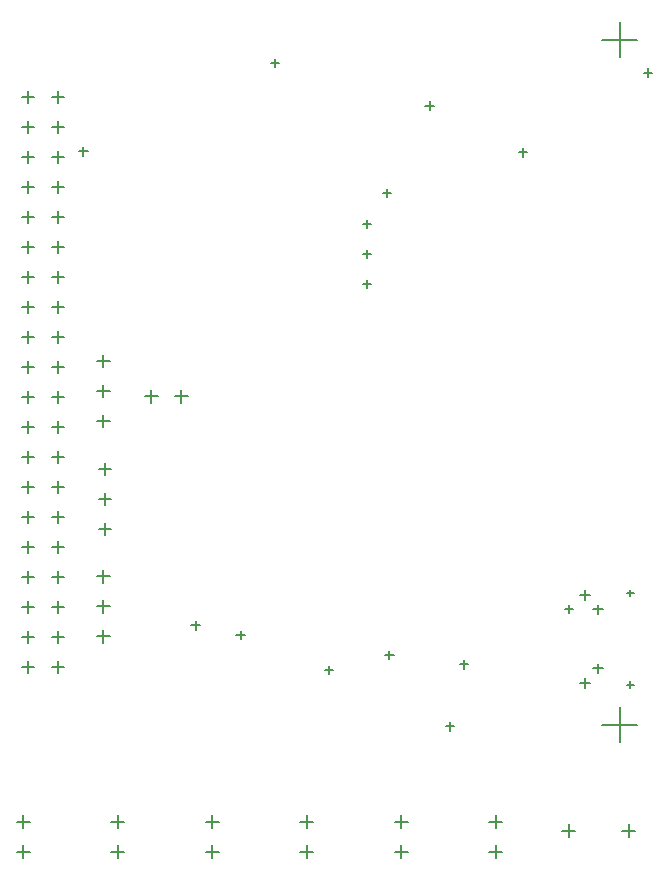
<source format=gbr>
%TF.GenerationSoftware,Altium Limited,Altium Designer,24.8.2 (39)*%
G04 Layer_Color=128*
%FSLAX45Y45*%
%MOMM*%
%TF.SameCoordinates,7C97886E-5552-4BC5-8AE3-24075E9B491D*%
%TF.FilePolarity,Positive*%
%TF.FileFunction,Drillmap*%
%TF.Part,Single*%
G01*
G75*
%TA.AperFunction,NonConductor*%
%ADD50C,0.12700*%
D50*
X829000Y2096000D02*
X931000D01*
X880000Y2045000D02*
Y2147000D01*
X829000Y2350000D02*
X931000D01*
X880000Y2299000D02*
Y2401000D01*
X829000Y2604000D02*
X931000D01*
X880000Y2553000D02*
Y2655000D01*
X839000Y3518000D02*
X941000D01*
X890000Y3467000D02*
Y3569000D01*
X839000Y3264000D02*
X941000D01*
X890000Y3213000D02*
Y3315000D01*
X839000Y3010000D02*
X941000D01*
X890000Y2959000D02*
Y3061000D01*
X829000Y4428000D02*
X931000D01*
X880000Y4377000D02*
Y4479000D01*
X829000Y4174000D02*
X931000D01*
X880000Y4123000D02*
Y4225000D01*
X829000Y3920000D02*
X931000D01*
X880000Y3869000D02*
Y3971000D01*
X1745000Y273000D02*
X1855000D01*
X1800000Y218000D02*
Y328000D01*
X1745000Y527000D02*
X1855000D01*
X1800000Y472000D02*
Y582000D01*
X441000Y1840000D02*
X543000D01*
X492000Y1789000D02*
Y1891000D01*
X441000Y2094000D02*
X543000D01*
X492000Y2043000D02*
Y2145000D01*
X441000Y2348000D02*
X543000D01*
X492000Y2297000D02*
Y2399000D01*
X441000Y2602000D02*
X543000D01*
X492000Y2551000D02*
Y2653000D01*
X441000Y2856000D02*
X543000D01*
X492000Y2805000D02*
Y2907000D01*
X441000Y3110000D02*
X543000D01*
X492000Y3059000D02*
Y3161000D01*
X441000Y3364000D02*
X543000D01*
X492000Y3313000D02*
Y3415000D01*
X441000Y3618000D02*
X543000D01*
X492000Y3567000D02*
Y3669000D01*
X441000Y3872000D02*
X543000D01*
X492000Y3821000D02*
Y3923000D01*
X441000Y4126000D02*
X543000D01*
X492000Y4075000D02*
Y4177000D01*
X441000Y4380000D02*
X543000D01*
X492000Y4329000D02*
Y4431000D01*
X441000Y4634000D02*
X543000D01*
X492000Y4583000D02*
Y4685000D01*
X441000Y4888000D02*
X543000D01*
X492000Y4837000D02*
Y4939000D01*
X441000Y5142000D02*
X543000D01*
X492000Y5091000D02*
Y5193000D01*
X441000Y5396000D02*
X543000D01*
X492000Y5345000D02*
Y5447000D01*
X441000Y5650000D02*
X543000D01*
X492000Y5599000D02*
Y5701000D01*
X441000Y5904000D02*
X543000D01*
X492000Y5853000D02*
Y5955000D01*
X441000Y6158000D02*
X543000D01*
X492000Y6107000D02*
Y6209000D01*
X441000Y6412000D02*
X543000D01*
X492000Y6361000D02*
Y6463000D01*
X441000Y6666000D02*
X543000D01*
X492000Y6615000D02*
Y6717000D01*
X187000Y1840000D02*
X289000D01*
X238000Y1789000D02*
Y1891000D01*
X187000Y2094000D02*
X289000D01*
X238000Y2043000D02*
Y2145000D01*
X187000Y2348000D02*
X289000D01*
X238000Y2297000D02*
Y2399000D01*
X187000Y2602000D02*
X289000D01*
X238000Y2551000D02*
Y2653000D01*
X187000Y2856000D02*
X289000D01*
X238000Y2805000D02*
Y2907000D01*
X187000Y3110000D02*
X289000D01*
X238000Y3059000D02*
Y3161000D01*
X187000Y3364000D02*
X289000D01*
X238000Y3313000D02*
Y3415000D01*
X187000Y3618000D02*
X289000D01*
X238000Y3567000D02*
Y3669000D01*
X187000Y3872000D02*
X289000D01*
X238000Y3821000D02*
Y3923000D01*
X187000Y4126000D02*
X289000D01*
X238000Y4075000D02*
Y4177000D01*
X187000Y4380000D02*
X289000D01*
X238000Y4329000D02*
Y4431000D01*
X187000Y4634000D02*
X289000D01*
X238000Y4583000D02*
Y4685000D01*
X187000Y4888000D02*
X289000D01*
X238000Y4837000D02*
Y4939000D01*
X187000Y5142000D02*
X289000D01*
X238000Y5091000D02*
Y5193000D01*
X187000Y5396000D02*
X289000D01*
X238000Y5345000D02*
Y5447000D01*
X187000Y5650000D02*
X289000D01*
X238000Y5599000D02*
Y5701000D01*
X187000Y5904000D02*
X289000D01*
X238000Y5853000D02*
Y5955000D01*
X187000Y6158000D02*
X289000D01*
X238000Y6107000D02*
Y6209000D01*
X187000Y6412000D02*
X289000D01*
X238000Y6361000D02*
Y6463000D01*
X187000Y6666000D02*
X289000D01*
X238000Y6615000D02*
Y6717000D01*
X4145000Y273000D02*
X4255000D01*
X4200000Y218000D02*
Y328000D01*
X4145000Y527000D02*
X4255000D01*
X4200000Y472000D02*
Y582000D01*
X3345000Y273000D02*
X3455000D01*
X3400000Y218000D02*
Y328000D01*
X3345000Y527000D02*
X3455000D01*
X3400000Y472000D02*
Y582000D01*
X945000Y273000D02*
X1055000D01*
X1000000Y218000D02*
Y328000D01*
X945000Y527000D02*
X1055000D01*
X1000000Y472000D02*
Y582000D01*
X145000Y273000D02*
X255000D01*
X200000Y218000D02*
Y328000D01*
X145000Y527000D02*
X255000D01*
X200000Y472000D02*
Y582000D01*
X2545000Y273000D02*
X2655000D01*
X2600000Y218000D02*
Y328000D01*
X2545000Y527000D02*
X2655000D01*
X2600000Y472000D02*
Y582000D01*
X4917500Y1702500D02*
X5002500D01*
X4960000Y1660000D02*
Y1745000D01*
X4917500Y2447500D02*
X5002500D01*
X4960000Y2405000D02*
Y2490000D01*
X5312500Y1687500D02*
X5367500D01*
X5340000Y1660000D02*
Y1715000D01*
X5312500Y2462500D02*
X5367500D01*
X5340000Y2435000D02*
Y2490000D01*
X5025000Y1825000D02*
X5105000D01*
X5065000Y1785000D02*
Y1865000D01*
X5025000Y2325000D02*
X5105000D01*
X5065000Y2285000D02*
Y2365000D01*
X5274000Y450000D02*
X5384000D01*
X5329000Y395000D02*
Y505000D01*
X4766000Y450000D02*
X4876000D01*
X4821000Y395000D02*
Y505000D01*
X3074500Y5082000D02*
X3145500D01*
X3110000Y5046500D02*
Y5117500D01*
X3074500Y5336000D02*
X3145500D01*
X3110000Y5300500D02*
Y5371500D01*
X3074500Y5590000D02*
X3145500D01*
X3110000Y5554500D02*
Y5625500D01*
X1482000Y4130000D02*
X1592000D01*
X1537000Y4075000D02*
Y4185000D01*
X1228000Y4130000D02*
X1338000D01*
X1283000Y4075000D02*
Y4185000D01*
X674440Y6202500D02*
X745560D01*
X710000Y6166940D02*
Y6238060D01*
X4394440Y6195000D02*
X4465560D01*
X4430000Y6159440D02*
Y6230560D01*
X1624440Y2190000D02*
X1695560D01*
X1660000Y2154440D02*
Y2225560D01*
X2004440Y2110000D02*
X2075560D01*
X2040000Y2074440D02*
Y2145560D01*
X3779940Y1334500D02*
X3851060D01*
X3815500Y1298940D02*
Y1370060D01*
X2754440Y1810000D02*
X2825560D01*
X2790000Y1774440D02*
Y1845560D01*
X3264440Y1940000D02*
X3335560D01*
X3300000Y1904440D02*
Y1975560D01*
X3894440Y1860000D02*
X3965560D01*
X3930000Y1824440D02*
Y1895560D01*
X3244440Y5850000D02*
X3315560D01*
X3280000Y5814440D02*
Y5885560D01*
X2294440Y6950000D02*
X2365560D01*
X2330000Y6914440D02*
Y6985560D01*
X3604951Y6590740D02*
X3676071D01*
X3640511Y6555180D02*
Y6626300D01*
X4785562Y2330689D02*
X4856682D01*
X4821122Y2295129D02*
Y2366249D01*
X5454440Y6870000D02*
X5525560D01*
X5490000Y6834440D02*
Y6905560D01*
X5100000Y1350000D02*
X5400000D01*
X5250000Y1200000D02*
Y1500000D01*
X5100000Y7150000D02*
X5400000D01*
X5250000Y7000000D02*
Y7300000D01*
%TF.MD5,1eefc8400102dbf2e93a0496ec7e65d8*%
M02*

</source>
